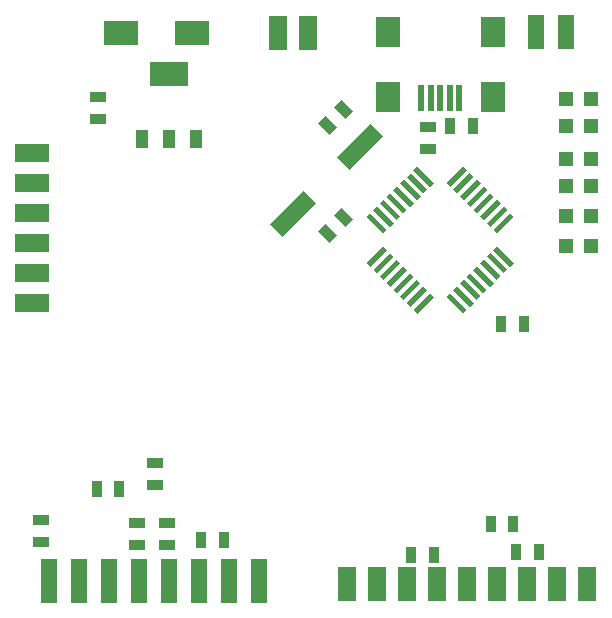
<source format=gtp>
G04 (created by PCBNEW (2013-mar-13)-testing) date nie, 20 paź 2013, 19:29:58*
%MOIN*%
G04 Gerber Fmt 3.4, Leading zero omitted, Abs format*
%FSLAX34Y34*%
G01*
G70*
G90*
G04 APERTURE LIST*
%ADD10C,0.005906*%
%ADD11R,0.055118X0.118110*%
%ADD12R,0.118110X0.059055*%
%ADD13R,0.059055X0.118110*%
%ADD14R,0.125984X0.078740*%
%ADD15R,0.039370X0.062992*%
%ADD16R,0.047200X0.047200*%
%ADD17R,0.055000X0.035000*%
%ADD18R,0.035000X0.055000*%
%ADD19R,0.055000X0.150000*%
%ADD20R,0.019700X0.090600*%
%ADD21R,0.078700X0.098400*%
%ADD22R,0.118110X0.078740*%
G04 APERTURE END LIST*
G54D10*
G54D11*
X18461Y-620D03*
X17461Y-620D03*
G54D12*
X674Y-4645D03*
X674Y-5645D03*
X674Y-6645D03*
X674Y-7645D03*
X674Y-8645D03*
G54D13*
X19161Y-19020D03*
X18161Y-19020D03*
X17161Y-19020D03*
X16161Y-19020D03*
X15161Y-19020D03*
X14161Y-19020D03*
X13161Y-19020D03*
X12161Y-19020D03*
X11161Y-19020D03*
X8874Y-645D03*
X8874Y-645D03*
X9874Y-645D03*
X9874Y-645D03*
G54D10*
G36*
X9012Y-7424D02*
X8594Y-7007D01*
X9708Y-5893D01*
X10126Y-6311D01*
X9012Y-7424D01*
X9012Y-7424D01*
G37*
G36*
X11239Y-5197D02*
X10822Y-4780D01*
X11935Y-3666D01*
X12353Y-4084D01*
X11239Y-5197D01*
X11239Y-5197D01*
G37*
G54D14*
X5224Y-2011D03*
G54D15*
X5224Y-4176D03*
X6129Y-4176D03*
X4318Y-4176D03*
G54D10*
G36*
X10968Y-2862D02*
X11357Y-3251D01*
X11109Y-3498D01*
X10720Y-3109D01*
X10968Y-2862D01*
X10968Y-2862D01*
G37*
G36*
X10438Y-3392D02*
X10827Y-3781D01*
X10579Y-4029D01*
X10190Y-3640D01*
X10438Y-3392D01*
X10438Y-3392D01*
G37*
G36*
X10579Y-7629D02*
X10190Y-7240D01*
X10438Y-6992D01*
X10827Y-7381D01*
X10579Y-7629D01*
X10579Y-7629D01*
G37*
G36*
X11109Y-7098D02*
X10720Y-6709D01*
X10968Y-6462D01*
X11357Y-6851D01*
X11109Y-7098D01*
X11109Y-7098D01*
G37*
G54D16*
X18461Y-6745D03*
X19287Y-6745D03*
X18461Y-5745D03*
X19287Y-5745D03*
X18461Y-4845D03*
X19287Y-4845D03*
X18461Y-3745D03*
X19287Y-3745D03*
X18461Y-2845D03*
X19287Y-2845D03*
X18461Y-7745D03*
X19287Y-7745D03*
G54D10*
G36*
X11819Y-6762D02*
X11944Y-6637D01*
X12501Y-7193D01*
X12376Y-7318D01*
X11819Y-6762D01*
X11819Y-6762D01*
G37*
G36*
X12042Y-6539D02*
X12167Y-6414D01*
X12724Y-6970D01*
X12598Y-7095D01*
X12042Y-6539D01*
X12042Y-6539D01*
G37*
G36*
X12265Y-6316D02*
X12390Y-6191D01*
X12946Y-6748D01*
X12821Y-6873D01*
X12265Y-6316D01*
X12265Y-6316D01*
G37*
G36*
X12487Y-6093D02*
X12613Y-5968D01*
X13169Y-6525D01*
X13044Y-6650D01*
X12487Y-6093D01*
X12487Y-6093D01*
G37*
G36*
X12710Y-5871D02*
X12835Y-5746D01*
X13392Y-6302D01*
X13267Y-6427D01*
X12710Y-5871D01*
X12710Y-5871D01*
G37*
G36*
X12933Y-5648D02*
X13058Y-5523D01*
X13614Y-6079D01*
X13489Y-6204D01*
X12933Y-5648D01*
X12933Y-5648D01*
G37*
G36*
X13156Y-5425D02*
X13281Y-5300D01*
X13837Y-5857D01*
X13712Y-5982D01*
X13156Y-5425D01*
X13156Y-5425D01*
G37*
G36*
X13378Y-5203D02*
X13503Y-5077D01*
X14060Y-5634D01*
X13935Y-5759D01*
X13378Y-5203D01*
X13378Y-5203D01*
G37*
G36*
X16040Y-7867D02*
X16165Y-7742D01*
X16722Y-8298D01*
X16596Y-8423D01*
X16040Y-7867D01*
X16040Y-7867D01*
G37*
G36*
X14477Y-9430D02*
X14602Y-9304D01*
X15159Y-9861D01*
X15034Y-9986D01*
X14477Y-9430D01*
X14477Y-9430D01*
G37*
G36*
X14703Y-9203D02*
X14829Y-9078D01*
X15385Y-9635D01*
X15260Y-9760D01*
X14703Y-9203D01*
X14703Y-9203D01*
G37*
G36*
X14930Y-8977D02*
X15055Y-8852D01*
X15611Y-9408D01*
X15486Y-9534D01*
X14930Y-8977D01*
X14930Y-8977D01*
G37*
G36*
X15149Y-8758D02*
X15274Y-8633D01*
X15831Y-9189D01*
X15705Y-9314D01*
X15149Y-8758D01*
X15149Y-8758D01*
G37*
G36*
X15375Y-8532D02*
X15500Y-8406D01*
X16057Y-8963D01*
X15932Y-9088D01*
X15375Y-8532D01*
X15375Y-8532D01*
G37*
G36*
X15594Y-8312D02*
X15720Y-8187D01*
X16276Y-8744D01*
X16151Y-8869D01*
X15594Y-8312D01*
X15594Y-8312D01*
G37*
G36*
X15821Y-8086D02*
X15946Y-7961D01*
X16502Y-8517D01*
X16377Y-8643D01*
X15821Y-8086D01*
X15821Y-8086D01*
G37*
G36*
X14490Y-5631D02*
X15046Y-5075D01*
X15172Y-5200D01*
X14615Y-5756D01*
X14490Y-5631D01*
X14490Y-5631D01*
G37*
G36*
X14712Y-5853D02*
X15268Y-5297D01*
X15394Y-5422D01*
X14837Y-5978D01*
X14712Y-5853D01*
X14712Y-5853D01*
G37*
G36*
X14935Y-6077D02*
X15492Y-5520D01*
X15617Y-5645D01*
X15061Y-6202D01*
X14935Y-6077D01*
X14935Y-6077D01*
G37*
G36*
X15157Y-6299D02*
X15714Y-5742D01*
X15839Y-5867D01*
X15283Y-6424D01*
X15157Y-6299D01*
X15157Y-6299D01*
G37*
G36*
X15381Y-6522D02*
X15937Y-5965D01*
X16062Y-6091D01*
X15506Y-6647D01*
X15381Y-6522D01*
X15381Y-6522D01*
G37*
G36*
X15603Y-6744D02*
X16159Y-6188D01*
X16285Y-6313D01*
X15728Y-6869D01*
X15603Y-6744D01*
X15603Y-6744D01*
G37*
G36*
X15826Y-6967D02*
X16383Y-6411D01*
X16508Y-6536D01*
X15951Y-7093D01*
X15826Y-6967D01*
X15826Y-6967D01*
G37*
G36*
X16048Y-7189D02*
X16605Y-6633D01*
X16730Y-6758D01*
X16174Y-7315D01*
X16048Y-7189D01*
X16048Y-7189D01*
G37*
G36*
X11818Y-8305D02*
X12375Y-7749D01*
X12500Y-7874D01*
X11944Y-8430D01*
X11818Y-8305D01*
X11818Y-8305D01*
G37*
G36*
X12038Y-8525D02*
X12594Y-7968D01*
X12719Y-8093D01*
X12163Y-8650D01*
X12038Y-8525D01*
X12038Y-8525D01*
G37*
G36*
X12264Y-8751D02*
X12820Y-8194D01*
X12946Y-8319D01*
X12389Y-8876D01*
X12264Y-8751D01*
X12264Y-8751D01*
G37*
G36*
X12483Y-8970D02*
X13040Y-8413D01*
X13165Y-8539D01*
X12608Y-9095D01*
X12483Y-8970D01*
X12483Y-8970D01*
G37*
G36*
X12702Y-9189D02*
X13259Y-8633D01*
X13384Y-8758D01*
X12827Y-9314D01*
X12702Y-9189D01*
X12702Y-9189D01*
G37*
G36*
X12929Y-9415D02*
X13485Y-8859D01*
X13610Y-8984D01*
X13054Y-9541D01*
X12929Y-9415D01*
X12929Y-9415D01*
G37*
G36*
X13155Y-9642D02*
X13711Y-9085D01*
X13837Y-9210D01*
X13280Y-9767D01*
X13155Y-9642D01*
X13155Y-9642D01*
G37*
G36*
X13381Y-9868D02*
X13938Y-9312D01*
X14063Y-9437D01*
X13506Y-9993D01*
X13381Y-9868D01*
X13381Y-9868D01*
G37*
G54D17*
X2874Y-2770D03*
X2874Y-3520D03*
X5174Y-16970D03*
X5174Y-17720D03*
X4174Y-16970D03*
X4174Y-17720D03*
X4749Y-14970D03*
X4749Y-15720D03*
G54D18*
X3574Y-15845D03*
X2824Y-15845D03*
G54D17*
X974Y-16870D03*
X974Y-17620D03*
G54D18*
X7049Y-17545D03*
X6299Y-17545D03*
G54D17*
X13874Y-4520D03*
X13874Y-3770D03*
G54D18*
X14599Y-3745D03*
X15349Y-3745D03*
X17049Y-10345D03*
X16299Y-10345D03*
G54D19*
X1224Y-18897D03*
X2224Y-18897D03*
X3224Y-18897D03*
X4224Y-18897D03*
X5224Y-18897D03*
X6224Y-18897D03*
X7224Y-18897D03*
X8224Y-18897D03*
G54D12*
X674Y-9645D03*
G54D20*
X14904Y-2803D03*
X14589Y-2803D03*
X14274Y-2803D03*
X13959Y-2803D03*
X13644Y-2803D03*
G54D21*
X16026Y-2764D03*
X16026Y-599D03*
X12522Y-2764D03*
X12522Y-599D03*
G54D18*
X16799Y-17945D03*
X17549Y-17945D03*
X13299Y-18045D03*
X14049Y-18045D03*
X15949Y-17020D03*
X16699Y-17020D03*
G54D22*
X3642Y-645D03*
X6005Y-645D03*
M02*

</source>
